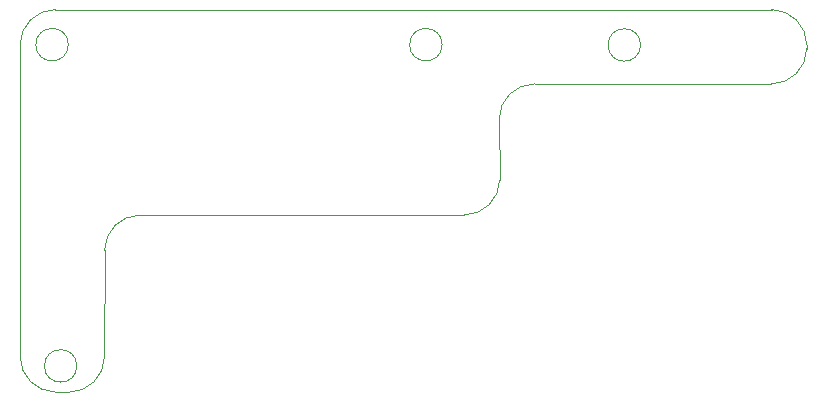
<source format=gbr>
%TF.GenerationSoftware,KiCad,Pcbnew,9.0.0*%
%TF.CreationDate,2025-07-21T10:24:21-07:00*%
%TF.ProjectId,chordlet,63686f72-646c-4657-942e-6b696361645f,rev?*%
%TF.SameCoordinates,Original*%
%TF.FileFunction,Profile,NP*%
%FSLAX46Y46*%
G04 Gerber Fmt 4.6, Leading zero omitted, Abs format (unit mm)*
G04 Created by KiCad (PCBNEW 9.0.0) date 2025-07-21 10:24:21*
%MOMM*%
%LPD*%
G01*
G04 APERTURE LIST*
%TA.AperFunction,Profile*%
%ADD10C,0.050000*%
%TD*%
G04 APERTURE END LIST*
D10*
X191825000Y-85550000D02*
G75*
G02*
X189075000Y-85550000I-1375000J0D01*
G01*
X189075000Y-85550000D02*
G75*
G02*
X191825000Y-85550000I1375000J0D01*
G01*
X228350000Y-96996331D02*
G75*
G02*
X225350124Y-99969124I-2999900J27231D01*
G01*
X192550000Y-112750000D02*
G75*
G02*
X189800000Y-112750000I-1375000J0D01*
G01*
X189800000Y-112750000D02*
G75*
G02*
X192550000Y-112750000I1375000J0D01*
G01*
X197900000Y-99980877D02*
X225350124Y-99969059D01*
X194888220Y-111996245D02*
X194900000Y-102953735D01*
X240275000Y-85575000D02*
G75*
G02*
X237525000Y-85575000I-1375000J0D01*
G01*
X237525000Y-85575000D02*
G75*
G02*
X240275000Y-85575000I1375000J0D01*
G01*
X190736656Y-82580943D02*
X251379165Y-82575123D01*
X187736780Y-85553669D02*
G75*
G02*
X190736656Y-82580856I2999920J-27231D01*
G01*
X187755856Y-111963344D02*
X187736817Y-85550000D01*
X190728669Y-114963220D02*
G75*
G02*
X187755856Y-111963344I27231J2999920D01*
G01*
X194888220Y-111996331D02*
G75*
G02*
X191888344Y-114969144I-2999920J27231D01*
G01*
X254350000Y-85896331D02*
G75*
G02*
X251338344Y-88880923I-3011700J27231D01*
G01*
X251379165Y-82575122D02*
G75*
G02*
X254350020Y-85574996I-29165J-2999878D01*
G01*
X228300000Y-91850000D02*
X228350000Y-96996265D01*
X191888344Y-114969059D02*
X190731734Y-114963220D01*
X194900000Y-102953735D02*
G75*
G02*
X197899877Y-99980877I2999900J-27165D01*
G01*
X251338344Y-88880838D02*
X231299876Y-88869059D01*
X254349999Y-85574996D02*
X254350000Y-85896331D01*
X223475000Y-85550000D02*
G75*
G02*
X220725000Y-85550000I-1375000J0D01*
G01*
X220725000Y-85550000D02*
G75*
G02*
X223475000Y-85550000I1375000J0D01*
G01*
X228300000Y-91841787D02*
G75*
G02*
X231299876Y-88869076I2999900J-27313D01*
G01*
M02*

</source>
